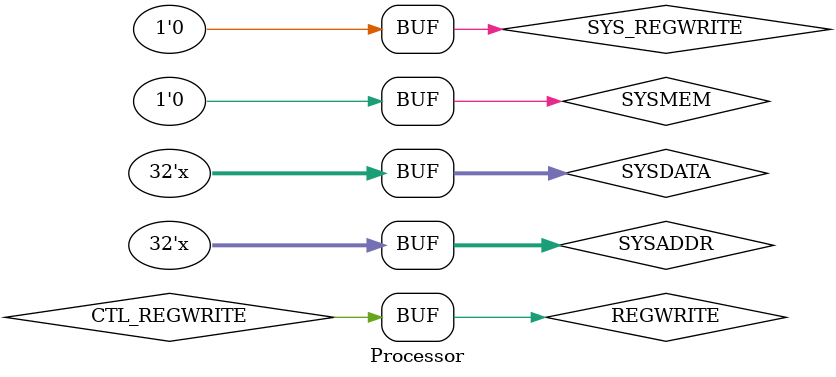
<source format=v>

module Processor();

//CLOCK
wire clock;
Clock myClock(clock);

//PROGRAM COUNTER
wire [31:0] to_pc;
wire [31:0] from_pc;
ProgramCounter myPC (clock, to_pc, from_pc);

wire [31:0] pcPlus4;

Adder pcAdder({32'h00000004}, from_pc, pcPlus4);


//INSTRUCTION MEMORY

wire [31:0] instruction;
InstructionMemory myInstructionMemory (from_pc, instruction);

//CONTROL
wire [1:0] ALUOP;// - Signals the ALU to preform special functions on a branch or memory access instruction
wire [5:0] FUNC;// Which operation should the ALU execute on an R-type instruction?
wire REGDST;//If the instruction is R-type, select rd from the instruction
wire BEQ;//, Is the instruction BEQ?
wire BNE;//Is the instruction BNE?
wire JMP;//, Is the instruction JMP?
wire MEMREAD;// - Signals the memory unit to read.
wire MEMTOREG;// - Pass Memory Read result to write-back
wire MEMWRITE;// - Signal the memory unit to write.
wire ALUSRC;// - Should the ALU operate on an immediate value?
wire CTL_REGWRITE;// - Does the instruction write a result to a register?
wire LUI;// - Is the instruction LUI
wire SYSENABLE;// - Is the instruction a syscall?
wire JAL;
wire JR;

Control myControl (instruction, ALUOP, FUNC, REGDST, BEQ, BNE, JMP, MEMREAD, MEMTOREG, MEMWRITE, ALUSRC, CTL_REGWRITE, LUI, SYSENABLE, JAL, JR);


//SYCALLS

Syscalls mySyscalls(SYSENABLE);

wire SYS_REGWRITE; //asserted on syscall 5. 
wire [31:0] SYSDATA; //integer to store in v0

wire SYSMEM; //enable syscall memory access for syscall 4.
wire [31:0] SYSADDR;//Syscall memory address


//TODO: Syscall Module, modify registers to output a0.

assign SYS_REGWRITE = 0;
assign SYSMEM = 0;
assign SYSDATA = 32'hz;
assign SYSADDR = 32'hz;

wire REGWRITE= CTL_REGWRITE || SYS_REGWRITE;
//REGISTERS

wire [4:0] writeReg_case0;
wire [31:0] toWriteReg;
wire [31:0] toWriteData;
wire [31:0] from_LUIMux;
wire [31:0] memToRegData;

Mux5 regDstMux (instruction[20:16], instruction[15:11], REGDST, writeReg_case0);

Mux_4 writeRegMux ({27'h0,writeReg_case0}, {32'h0000001f}, {32'h00000002}, 32'hzzzzzzzz, {SYS_REGWRITE, JAL}, toWriteReg);

Mux_4 writeDataMux (from_LUIMux, pcPlus4, SYSDATA, 32'hzzzzzzzz, {SYS_REGWRITE, JAL}, toWriteData);

Mux LUIMux (memToRegData, {instruction[15:0], 16'b0}, LUI, from_LUIMux);

wire [31:0] data1;
wire [31:0] data2;

Registers myRegisters (instruction[25:21], instruction[20:16], toWriteReg[4:0], clock, toWriteData, data1, data2, REGWRITE);
//SIGN EXTENDER
wire [31:0] signExtImm;
Sign_Extender mySignExtender (instruction[15:0], signExtImm);

//ALU CONTROL
wire [2:0] ALUCtl;
ALUControl myALUControl(FUNC, ALUOP, ALUCtl);

//ALU
wire [31:0] ALU_in2;
Mux ALUSrcMux (data2, signExtImm, ALUSRC, ALU_in2);

wire [31:0] ALUResult;
wire ZERO;
ALU myALU(data1, ALU_in2, ALUCtl, clock, ALUResult, ZERO);

//DATA MEMORY
wire [31:0] memAddress;
Mux addressMux(ALUResult, SYSADDR, SYSMEM, memAddress);

wire [31:0] memData;
MainMemory myMemory(memAddress, MEMWRITE, clock, data2, memData);

Mux memToRegMux (ALUResult, memData, MEMTOREG, memToRegData);

//BRANCH CONTROL
BranchControl myBranchControl (pcPlus4, signExtImm, ZERO, ALUResult, BEQ, BNE, JR, JMP, to_pc);


endmodule
</source>
